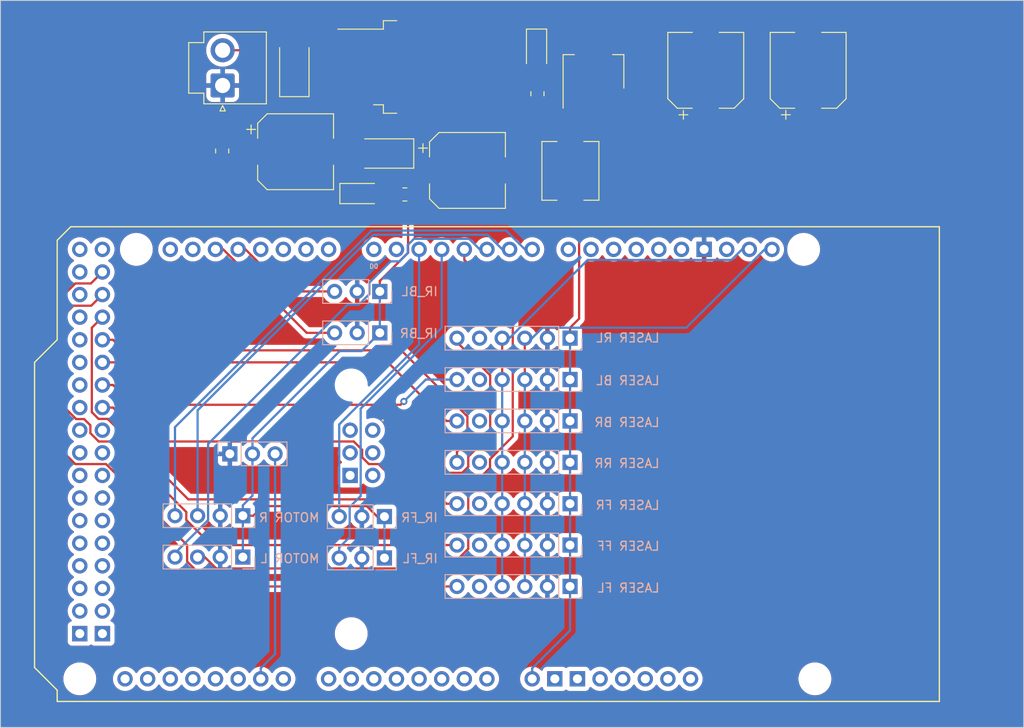
<source format=kicad_pcb>
(kicad_pcb (version 20221018) (generator pcbnew)
  (layers (0 "F.Cu" signal) (31 "B.Cu" signal) (34 "B.Paste" user) (35 "F.Paste" user) (36 "B.SilkS" user "B.Silkscreen") (37 "F.SilkS" user "F.Silkscreen") (38 "B.Mask" user) (39 "F.Mask" user) (44 "Edge.Cuts" user))
  (net 0 "")
  (net 1 "Net-(D1-K)")
  (net 2 "Net-(D1-A)")
  (net 3 "Net-(D3-K)")
  (net 4 "GND")
  (net 5 "+5V")
  (net 6 "/SCL")
  (net 7 "/SDA")
  (net 8 "/SHT_L0X_FL")
  (net 9 "/SHT_L0X_FF")
  (net 10 "/SHT_L0X_FR")
  (net 11 "/SHT_L0X_RR")
  (net 12 "/SHT_L0X_BR")
  (net 13 "/SHT_L0X_BL")
  (net 14 "/SHT_L0X_RL")
  (net 15 "/IR_FL")
  (net 16 "/IR_FR")
  (net 17 "/IR_BR")
  (net 18 "/IR_BL")
  (net 19 "/A9")
  (net 20 "/LPWM1")
  (net 21 "/RPWM1")
  (net 22 "/LPWM2")
  (net 23 "/RPWM2")
  (net 24 "+3.3V")
  (net 103 "Net-(D2-A)")
  (net 104 "Net-(D4-A)")
  (footprint "Resistor_SMD:R_0805_2012Metric" (layer "F.Cu") (at 169.4 72.8125 90)
    (fp_text reference "C3" hide)
    (fp_text value "10u")
    (pad "1" smd roundrect (at -0.9125 0 90) (size 1.025 1.4) (layers "F.Cu" "F.Paste" "F.Mask") (roundrect_rratio 0.243902) (net 1 "Net-(D1-K)"))
    (pad "2" smd roundrect (at 0.9125 0 90) (size 1.025 1.4) (layers "F.Cu" "F.Paste" "F.Mask") (roundrect_rratio 0.243902) (net 4 "GND"))
  )
  (footprint "Capacitor_SMD:CP_Elec_8x10" (layer "F.Cu") (at 223.7 63.75 90)
    (fp_text reference "C4" hide)
    (fp_text value "220u")
    (pad "1" smd roundrect (at -3.25 0 90) (size 3.5 2.5) (layers "F.Cu" "F.Paste" "F.Mask") (roundrect_rratio 0.1) (net 24 "+3.3V"))
    (pad "2" smd roundrect (at 3.25 0 90) (size 3.5 2.5) (layers "F.Cu" "F.Paste" "F.Mask") (roundrect_rratio 0.1) (net 4 "GND"))
  )
  (footprint "Inductor_SMD:L_6.3x6.3_H3" (layer "F.Cu") (at 208.5 75.05 -90)
    (fp_text reference "L1" hide)
    (fp_text value "56uH")
    (pad "1" smd rect (at -2.75 0 270) (size 1.5 2.4) (layers "F.Cu" "F.Paste" "F.Mask") (net 3 "Net-(D3-K)"))
    (pad "2" smd rect (at 2.75 0 270) (size 1.5 2.4) (layers "F.Cu" "F.Paste" "F.Mask") (net 5 "+5V"))
  )
  (footprint "Capacitor_SMD:CP_Elec_8x10" (layer "F.Cu") (at 177.6425 72.9)
    (fp_text reference "C2" hide)
    (fp_text value "220u")
    (pad "1" smd roundrect (at -3.25 0) (size 3.5 2.5) (layers "F.Cu" "F.Paste" "F.Mask") (roundrect_rratio 0.1) (net 1 "Net-(D1-K)"))
    (pad "2" smd roundrect (at 3.25 0) (size 3.5 2.5) (layers "F.Cu" "F.Paste" "F.Mask") (roundrect_rratio 0.1) (net 4 "GND"))
  )
  (footprint "Diode_SMD:D_SMA" (layer "F.Cu") (at 187.4 73.1 180)
    (fp_text reference "D3" hide)
    (fp_text value "1N5822")
    (pad "1" smd roundrect (at -2 0 180) (size 2.5 1.8) (layers "F.Cu" "F.Paste" "F.Mask") (roundrect_rratio 0.1388888889) (net 3 "Net-(D3-K)"))
    (pad "2" smd roundrect (at 2 0 180) (size 2.5 1.8) (layers "F.Cu" "F.Paste" "F.Mask") (roundrect_rratio 0.1388888889) (net 4 "GND"))
  )
  (footprint "Package_TO_SOT_SMD:SOT-223-3_TabPin2" (layer "F.Cu") (at 211.0925 63.9 90)
    (fp_text reference "U1" hide)
    (fp_text value "AMS1117-3.3")
    (pad "1" smd rect (at -3.15 -2.3 90) (size 2 1.5) (layers "F.Cu" "F.Paste" "F.Mask") (net 4 "GND"))
    (pad "2" smd rect (at -3.15 0 90) (size 2 1.5) (layers "F.Cu" "F.Paste" "F.Mask") (net 24 "+3.3V"))
    (pad "2" smd rect (at 3.15 0 90) (size 2 3.8) (layers "F.Cu" "F.Paste" "F.Mask") (net 24 "+3.3V"))
    (pad "3" smd rect (at -3.15 2.3 90) (size 2 1.5) (layers "F.Cu" "F.Paste" "F.Mask") (net 5 "+5V"))
  )
  (footprint "Package_TO_SOT_SMD:TO-263-5_TabPin3" (layer "F.Cu") (at 192.325 63.375)
    (fp_text reference "U2" hide)
    (fp_text value "LM2596S-5")
    (pad "1" smd roundrect (at -7.65 -3.4) (size 4.6 1.1) (layers "F.Cu" "F.Paste" "F.Mask") (roundrect_rratio 0.227273) (net 1 "Net-(D1-K)"))
    (pad "2" smd roundrect (at -7.65 -1.7) (size 4.6 1.1) (layers "F.Cu" "F.Paste" "F.Mask") (roundrect_rratio 0.227273) (net 3 "Net-(D3-K)"))
    (pad "3" smd roundrect (at -7.65 0) (size 4.6 1.1) (layers "F.Cu" "F.Paste" "F.Mask") (roundrect_rratio 0.227273) (net 4 "GND"))
    (pad "3" smd roundrect (at -0.925 -2.775) (size 4.55 5.25) (layers "F.Cu" "F.Paste") (roundrect_rratio 0.054945) (net 4 "GND"))
    (pad "3" smd roundrect (at -0.925 2.775) (size 4.55 5.25) (layers "F.Cu" "F.Paste") (roundrect_rratio 0.054945) (net 4 "GND"))
    (pad "3" smd roundrect (at 1.5 0) (size 9.4 10.8) (layers "F.Cu" "F.Mask") (roundrect_rratio 0.026596) (net 4 "GND"))
    (pad "3" smd roundrect (at 3.925 -2.775) (size 4.55 5.25) (layers "F.Cu" "F.Paste") (roundrect_rratio 0.054945) (net 4 "GND"))
    (pad "3" smd roundrect (at 3.925 2.775) (size 4.55 5.25) (layers "F.Cu" "F.Paste") (roundrect_rratio 0.054945) (net 4 "GND"))
    (pad "4" smd roundrect (at -7.65 1.7) (size 4.6 1.1) (layers "F.Cu" "F.Paste" "F.Mask") (roundrect_rratio 0.227273) (net 3 "Net-(D3-K)"))
    (pad "5" smd roundrect (at -7.65 3.4) (size 4.6 1.1) (layers "F.Cu" "F.Paste" "F.Mask") (roundrect_rratio 0.227273) (net 4 "GND"))
  )
  (footprint "LED_SMD:LED_1206_3216Metric" (layer "F.Cu") (at 184.9 77.6)
    (fp_text reference "D4" hide)
    (fp_text value "5VL")
    (pad "1" smd roundrect (at -1.4 0) (size 1.25 1.75) (layers "F.Cu" "F.Paste" "F.Mask") (roundrect_rratio 0.2) (net 4 "GND"))
    (pad "2" smd roundrect (at 1.4 0) (size 1.25 1.75) (layers "F.Cu" "F.Paste" "F.Mask") (roundrect_rratio 0.2) (net 104 "Net-(D4-A)"))
  )
  (footprint "Diode_SMD:D_SMA" (layer "F.Cu") (at 177.5 63.2 90)
    (fp_text reference "D1" hide)
    (fp_text value "1N5822")
    (pad "1" smd roundrect (at -2 0 90) (size 2.5 1.8) (layers "F.Cu" "F.Paste" "F.Mask") (roundrect_rratio 0.1388888889) (net 1 "Net-(D1-K)"))
    (pad "2" smd roundrect (at 2 0 90) (size 2.5 1.8) (layers "F.Cu" "F.Paste" "F.Mask") (roundrect_rratio 0.1388888889) (net 2 "Net-(D1-A)"))
  )
  (footprint "Capacitor_SMD:CP_Elec_8x10" (layer "F.Cu") (at 196.9425 75)
    (fp_text reference "C5" hide)
    (fp_text value "470u")
    (pad "1" smd roundrect (at -3.25 0) (size 3.5 2.5) (layers "F.Cu" "F.Paste" "F.Mask") (roundrect_rratio 0.1) (net 3 "Net-(D3-K)"))
    (pad "2" smd roundrect (at 3.25 0) (size 3.5 2.5) (layers "F.Cu" "F.Paste" "F.Mask") (roundrect_rratio 0.1) (net 4 "GND"))
  )
  (footprint "Resistor_SMD:R_0805_2012Metric" (layer "F.Cu") (at 204.8 66.3875 -90)
    (fp_text reference "R1" hide)
    (fp_text value "100")
    (pad "1" smd roundrect (at -0.9125 0 270) (size 1.025 1.4) (layers "F.Cu" "F.Paste" "F.Mask") (roundrect_rratio 0.243902) (net 103 "Net-(D2-A)"))
    (pad "2" smd roundrect (at 0.9125 0 270) (size 1.025 1.4) (layers "F.Cu" "F.Paste" "F.Mask") (roundrect_rratio 0.243902) (net 24 "+3.3V"))
  )
  (footprint "Connector_JST:JST_VH_B2P-VH_1x02_P3.96mm_Vertical" (layer "F.Cu") (at 169.45 65.4575 90)
    (fp_text reference "J1" hide)
    (fp_text value "Conn_01x02_Socket")
    (pad "1" thru_hole roundrect (at 0 0 90) (size 2.7 2.7) (drill 1.7) (layers "*.Cu" "*.Mask") (roundrect_rratio 0.092593) (net 4 "GND"))
    (pad "2" thru_hole circle (at 3.96 0 90) (size 2.7 2.7) (drill 1.7) (layers "*.Cu" "*.Mask") (net 2 "Net-(D1-A)"))
  )
  (footprint "LED_SMD:LED_1206_3216Metric" (layer "F.Cu") (at 204.7 61.4 -90)
    (fp_text reference "D2" hide)
    (fp_text value "3VL")
    (pad "1" smd roundrect (at -1.4 0 270) (size 1.25 1.75) (layers "F.Cu" "F.Paste" "F.Mask") (roundrect_rratio 0.2) (net 4 "GND"))
    (pad "2" smd roundrect (at 1.4 0 270) (size 1.25 1.75) (layers "F.Cu" "F.Paste" "F.Mask") (roundrect_rratio 0.2) (net 103 "Net-(D2-A)"))
  )
  (footprint "Resistor_SMD:R_0805_2012Metric" (layer "F.Cu") (at 189.9125 77.7 180)
    (fp_text reference "R2" hide)
    (fp_text value "330")
    (pad "1" smd roundrect (at -0.9125 0 180) (size 1.025 1.4) (layers "F.Cu" "F.Paste" "F.Mask") (roundrect_rratio 0.243902) (net 5 "+5V"))
    (pad "2" smd roundrect (at 0.9125 0 180) (size 1.025 1.4) (layers "F.Cu" "F.Paste" "F.Mask") (roundrect_rratio 0.243902) (net 104 "Net-(D4-A)"))
  )
  (footprint "Capacitor_SMD:CP_Elec_8x10" (layer "F.Cu") (at 235.2 63.75 90)
    (fp_text reference "C1" hide)
    (fp_text value "220u")
    (pad "1" smd roundrect (at -3.25 0 90) (size 3.5 2.5) (layers "F.Cu" "F.Paste" "F.Mask") (roundrect_rratio 0.1) (net 5 "+5V"))
    (pad "2" smd roundrect (at 3.25 0 90) (size 3.5 2.5) (layers "F.Cu" "F.Paste" "F.Mask") (roundrect_rratio 0.1) (net 4 "GND"))
  )
  (footprint "arduino-library:Arduino_Mega2560_Shield" (layer "B.Cu") (at 249.93 134.67 180)
    (fp_text reference "XA1" hide)
    (fp_text value "Arduino_Mega2560_Shield")
    (fp_text user "D0" (at 63.5 48.895 unlocked) (layer "B.SilkS") (effects (font (size 0.5 0.5) (thickness 0.075)) (justify mirror)))
    (fp_text user "." (at 62.484 32.004) (layer "B.SilkS") (effects (justify mirror)))
    (fp_text user "D0" (at 63.5 48.895 unlocked) (layer "F.SilkS") (effects (font (size 0.5 0.5) (thickness 0.075))))
    (fp_text user "." (at 62.484 32.004) (layer "F.SilkS") (effects (justify mirror)))
    (pad "" np_thru_hole circle (at 13.97 2.54 180) (size 3.2 3.2) (drill 3.2) (layers "*.Cu" "*.Mask"))
    (pad "" np_thru_hole circle (at 15.24 50.8 180) (size 3.2 3.2) (drill 3.2) (layers "*.Cu" "*.Mask"))
    (pad "" thru_hole oval (at 27.94 2.54 180) (size 1.7272 1.7272) (drill 1.016) (layers "*.Cu" "*.Mask"))
    (pad "" np_thru_hole circle (at 66.04 7.62 180) (size 3.2 3.2) (drill 3.2) (layers "*.Cu" "*.Mask"))
    (pad "" np_thru_hole circle (at 66.04 35.56 180) (size 3.2 3.2) (drill 3.2) (layers "*.Cu" "*.Mask"))
    (pad "" np_thru_hole circle (at 90.17 50.8 180) (size 3.2 3.2) (drill 3.2) (layers "*.Cu" "*.Mask"))
    (pad "" np_thru_hole circle (at 96.52 2.54 180) (size 3.2 3.2) (drill 3.2) (layers "*.Cu" "*.Mask"))
    (pad "3V3" thru_hole oval (at 35.56 2.54 180) (size 1.7272 1.7272) (drill 1.016) (layers "*.Cu" "*.Mask"))
    (pad "5V1" thru_hole oval (at 38.1 2.54 180) (size 1.7272 1.7272) (drill 1.016) (layers "*.Cu" "*.Mask"))
    (pad "5V2" thru_hole oval (at 66.167 30.48 180) (size 1.7272 1.7272) (drill 1.016) (layers "*.Cu" "*.Mask"))
    (pad "5V3" thru_hole oval (at 93.98 50.8 180) (size 1.7272 1.7272) (drill 1.016) (layers "*.Cu" "*.Mask"))
    (pad "5V4" thru_hole oval (at 96.52 50.8 180) (size 1.7272 1.7272) (drill 1.016) (layers "*.Cu" "*.Mask"))
    (pad "A0" thru_hole oval (at 50.8 2.54 180) (size 1.7272 1.7272) (drill 1.016) (layers "*.Cu" "*.Mask"))
    (pad "A1" thru_hole oval (at 53.34 2.54 180) (size 1.7272 1.7272) (drill 1.016) (layers "*.Cu" "*.Mask"))
    (pad "A2" thru_hole oval (at 55.88 2.54 180) (size 1.7272 1.7272) (drill 1.016) (layers "*.Cu" "*.Mask"))
    (pad "A3" thru_hole oval (at 58.42 2.54 180) (size 1.7272 1.7272) (drill 1.016) (layers "*.Cu" "*.Mask"))
    (pad "A4" thru_hole oval (at 60.96 2.54 180) (size 1.7272 1.7272) (drill 1.016) (layers "*.Cu" "*.Mask"))
    (pad "A5" thru_hole oval (at 63.5 2.54 180) (size 1.7272 1.7272) (drill 1.016) (layers "*.Cu" "*.Mask"))
    (pad "A6" thru_hole oval (at 66.04 2.54 180) (size 1.7272 1.7272) (drill 1.016) (layers "*.Cu" "*.Mask"))
    (pad "A7" thru_hole oval (at 68.58 2.54 180) (size 1.7272 1.7272) (drill 1.016) (layers "*.Cu" "*.Mask"))
    (pad "A8" thru_hole oval (at 73.66 2.54 180) (size 1.7272 1.7272) (drill 1.016) (layers "*.Cu" "*.Mask"))
    (pad "A9" thru_hole oval (at 76.2 2.54 180) (size 1.7272 1.7272) (drill 1.016) (layers "*.Cu" "*.Mask") (net 19 "/A9"))
    (pad "A10" thru_hole oval (at 78.74 2.54 180) (size 1.7272 1.7272) (drill 1.016) (layers "*.Cu" "*.Mask"))
    (pad "A11" thru_hole oval (at 81.28 2.54 180) (size 1.7272 1.7272) (drill 1.016) (layers "*.Cu" "*.Mask"))
    (pad "A12" thru_hole oval (at 83.82 2.54 180) (size 1.7272 1.7272) (drill 1.016) (layers "*.Cu" "*.Mask"))
    (pad "A13" thru_hole oval (at 86.36 2.54 180) (size 1.7272 1.7272) (drill 1.016) (layers "*.Cu" "*.Mask"))
    (pad "A14" thru_hole oval (at 88.9 2.54 180) (size 1.7272 1.7272) (drill 1.016) (layers "*.Cu" "*.Mask"))
    (pad "A15" thru_hole oval (at 91.44 2.54 180) (size 1.7272 1.7272) (drill 1.016) (layers "*.Cu" "*.Mask"))
    (pad "AREF" thru_hole oval (at 23.876 50.8 180) (size 1.7272 1.7272) (drill 1.016) (layers "*.Cu" "*.Mask"))
    (pad "D0" thru_hole oval (at 63.5 50.8 180) (size 1.7272 1.7272) (drill 1.016) (layers "*.Cu" "*.Mask"))
    (pad "D1" thru_hole oval (at 60.96 50.8 180) (size 1.7272 1.7272) (drill 1.016) (layers "*.Cu" "*.Mask"))
    (pad "D2" thru_hole oval (at 58.42 50.8 180) (size 1.7272 1.7272) (drill 1.016) (layers "*.Cu" "*.Mask") (net 16 "/IR_FR"))
    (pad "D3" thru_hole oval (at 55.88 50.8 180) (size 1.7272 1.7272) (drill 1.016) (layers "*.Cu" "*.Mask") (net 15 "/IR_FL"))
    (pad "D4" thru_hole oval (at 53.34 50.8 180) (size 1.7272 1.7272) (drill 1.016) (layers "*.Cu" "*.Mask") (net 20 "/LPWM1"))
    (pad "D5" thru_hole oval (at 50.8 50.8 180) (size 1.7272 1.7272) (drill 1.016) (layers "*.Cu" "*.Mask") (net 21 "/RPWM1"))
    (pad "D6" thru_hole oval (at 48.26 50.8 180) (size 1.7272 1.7272) (drill 1.016) (layers "*.Cu" "*.Mask") (net 22 "/LPWM2"))
    (pad "D7" thru_hole oval (at 45.72 50.8 180) (size 1.7272 1.7272) (drill 1.016) (layers "*.Cu" "*.Mask") (net 23 "/RPWM2"))
    (pad "D8" thru_hole oval (at 41.656 50.8 180) (size 1.7272 1.7272) (drill 1.016) (layers "*.Cu" "*.Mask"))
    (pad "D9" thru_hole oval (at 39.116 50.8 180) (size 1.7272 1.7272) (drill 1.016) (layers "*.Cu" "*.Mask"))
    (pad "D10" thru_hole oval (at 36.576 50.8 180) (size 1.7272 1.7272) (drill 1.016) (layers "*.Cu" "*.Mask"))
    (pad "D11" thru_hole oval (at 34.036 50.8 180) (size 1.7272 1.7272) (drill 1.016) (layers "*.Cu" "*.Mask"))
    (pad "D12" thru_hole oval (at 31.496 50.8 180) (size 1.7272 1.7272) (drill 1.016) (layers "*.Cu" "*.Mask"))
    (pad "D13" thru_hole oval (at 28.956 50.8 180) (size 1.7272 1.7272) (drill 1.016) (layers "*.Cu" "*.Mask"))
    (pad "D14" thru_hole oval (at 68.58 50.8 180) (size 1.7272 1.7272) (drill 1.016) (layers "*.Cu" "*.Mask"))
    (pad "D15" thru_hole oval (at 71.12 50.8 180) (size 1.7272 1.7272) (drill 1.016) (layers "*.Cu" "*.Mask"))
    (pad "D16" thru_hole oval (at 73.66 50.8 180) (size 1.7272 1.7272) (drill 1.016) (layers "*.Cu" "*.Mask"))
    (pad "D17" thru_hole oval (at 76.2 50.8 180) (size 1.7272 1.7272) (drill 1.016) (layers "*.Cu" "*.Mask"))
    (pad "D18" thru_hole oval (at 78.74 50.8 180) (size 1.7272 1.7272) (drill 1.016) (layers "*.Cu" "*.Mask") (net 18 "/IR_BL"))
    (pad "D19" thru_hole oval (at 81.28 50.8 180) (size 1.7272 1.7272) (drill 1.016) (layers "*.Cu" "*.Mask") (net 17 "/IR_BR"))
    (pad "D20" thru_hole oval (at 83.82 50.8 180) (size 1.7272 1.7272) (drill 1.016) (layers "*.Cu" "*.Mask"))
    (pad "D21" thru_hole oval (at 86.36 50.8 180) (size 1.7272 1.7272) (drill 1.016) (layers "*.Cu" "*.Mask"))
    (pad "D22" thru_hole oval (at 93.98 48.26 180) (size 1.7272 1.7272) (drill 1.016) (layers "*.Cu" "*.Mask") (net 8 "/SHT_L0X_FL"))
    (pad "D23" thru_hole oval (at 96.52 48.26 180) (size 1.7272 1.7272) (drill 1.016) (layers "*.Cu" "*.Mask"))
    (pad "D24" thru_hole oval (at 93.98 45.72 180) (size 1.7272 1.7272) (drill 1.016) (layers "*.Cu" "*.Mask") (net 9 "/SHT_L0X_FF"))
    (pad "D25" thru_hole oval (at 96.52 45.72 180) (size 1.7272 1.7272) (drill 1.016) (layers "*.Cu" "*.Mask"))
    (pad "D26" thru_hole oval (at 93.98 43.18 180) (size 1.7272 1.7272) (drill 1.016) (layers "*.Cu" "*.Mask") (net 10 "/SHT_L0X_FR"))
    (pad "D27" thru_hole oval (at 96.52 43.18 180) (size 1.7272 1.7272) (drill 1.016) (layers "*.Cu" "*.Mask"))
    (pad "D28" thru_hole oval (at 93.98 40.64 180) (size 1.7272 1.7272) (drill 1.016) (layers "*.Cu" "*.Mask") (net 11 "/SHT_L0X_RR"))
    (pad "D29" thru_hole oval (at 96.52 40.64 180) (size 1.7272 1.7272) (drill 1.016) (layers "*.Cu" "*.Mask"))
    (pad "D30" thru_hole oval (at 93.98 38.1 180) (size 1.7272 1.7272) (drill 1.016) (layers "*.Cu" "*.Mask") (net 12 "/SHT_L0X_BR"))
    (pad "D31" thru_hole oval (at 96.52 38.1 180) (size 1.7272 1.7272) (drill 1.016) (layers "*.Cu" "*.Mask"))
    (pad "D32" thru_hole oval (at 93.98 35.56 180) (size 1.7272 1.7272) (drill 1.016) (layers "*.Cu" "*.Mask") (net 13 "/SHT_L0X_BL"))
    (pad "D33" thru_hole oval (at 96.52 35.56 180) (size 1.7272 1.7272) (drill 1.016) (layers "*.Cu" "*.Mask"))
    (pad "D34" thru_hole oval (at 93.98 33.02 180) (size 1.7272 1.7272) (drill 1.016) (layers "*.Cu" "*.Mask") (net 14 "/SHT_L0X_RL"))
    (pad "D35" thru_hole oval (at 96.52 33.02 180) (size 1.7272 1.7272) (drill 1.016) (layers "*.Cu" "*.Mask"))
    (pad "D36" thru_hole oval (at 93.98 30.48 180) (size 1.7272 1.7272) (drill 1.016) (layers "*.Cu" "*.Mask"))
    (pad "D37" thru_hole oval (at 96.52 30.48 180) (size 1.7272 1.7272) (drill 1.016) (layers "*.Cu" "*.Mask"))
    (pad "D38" thru_hole oval (at 93.98 27.94 180) (size 1.7272 1.7272) (drill 1.016) (layers "*.Cu" "*.Mask"))
    (pad "D39" thru_hole oval (at 96.52 27.94 180) (size 1.7272 1.7272) (drill 1.016) (layers "*.Cu" "*.Mask"))
    (pad "D40" thru_hole oval (at 93.98 25.4 180) (size 1.7272 1.7272) (drill 1.016) (layers "*.Cu" "*.Mask"))
    (pad "D41" thru_hole oval (at 96.52 25.4 180) (size 1.7272 1.7272) (drill 1.016) (layers "*.Cu" "*.Mask"))
    (pad "D42" thru_hole oval (at 93.98 22.86 180) (size 1.7272 1.7272) (drill 1.016) (layers "*.Cu" "*.Mask"))
    (pad "D43" thru_hole oval (at 96.52 22.86 180) (size 1.7272 1.7272) (drill 1.016) (layers "*.Cu" "*.Mask"))
    (pad "D44" thru_hole oval (at 93.98 20.32 180) (size 1.7272 1.7272) (drill 1.016) (layers "*.Cu" "*.Mask"))
    (pad "D45" thru_hole oval (at 96.52 20.32 180) (size 1.7272 1.7272) (drill 1.016) (layers "*.Cu" "*.Mask"))
    (pad "D46" thru_hole oval (at 93.98 17.78 180) (size 1.7272 1.7272) (drill 1.016) (layers "*.Cu" "*.Mask"))
    (pad "D47" thru_hole oval (at 96.52 17.78 180) (size 1.7272 1.7272) (drill 1.016) (layers "*.Cu" "*.Mask"))
    (pad "D48" thru_hole oval (at 93.98 15.24 180) (size 1.7272 1.7272) (drill 1.016) (layers "*.Cu" "*.Mask"))
    (pad "D49" thru_hole oval (at 96.52 15.24 180) (size 1.7272 1.7272) (drill 1.016) (layers "*.Cu" "*.Mask"))
    (pad "D50" thru_hole oval (at 93.98 12.7 180) (size 1.7272 1.7272) (drill 1.016) (layers "*.Cu" "*.Mask"))
    (pad "D51" thru_hole oval (at 96.52 12.7 180) (size 1.7272 1.7272) (drill 1.016) (layers "*.Cu" "*.Mask"))
    (pad "D52" thru_hole oval (at 93.98 10.16 180) (size 1.7272 1.7272) (drill 1.016) (layers "*.Cu" "*.Mask"))
    (pad "D53" thru_hole oval (at 96.52 10.16 180) (size 1.7272 1.7272) (drill 1.016) (layers "*.Cu" "*.Mask"))
    (pad "GND1" thru_hole rect (at 26.416 50.8 180) (size 1.7272 1.7272) (drill 1.016) (layers "*.Cu" "*.Mask") (net 4 "GND"))
    (pad "GND2" thru_hole rect (at 40.64 2.54 180) (size 1.7272 1.7272) (drill 1.016) (layers "*.Cu" "*.Mask"))
    (pad "GND3" thru_hole rect (at 43.18 2.54 180) (size 1.7272 1.7272) (drill 1.016) (layers "*.Cu" "*.Mask"))
    (pad "GND4" thru_hole rect (at 66.167 25.4 180) (size 1.7272 1.7272) (drill 1.016) (layers "*.Cu" "*.Mask"))
    (pad "GND5" thru_hole rect (at 93.98 7.62 180) (size 1.7272 1.7272) (drill 1.016) (layers "*.Cu" "*.Mask"))
    (pad "GND6" thru_hole rect (at 96.52 7.62 180) (size 1.7272 1.7272) (drill 1.016) (layers "*.Cu" "*.Mask"))
    (pad "IORF" thru_hole oval (at 30.48 2.54 180) (size 1.7272 1.7272) (drill 1.016) (layers "*.Cu" "*.Mask"))
    (pad "MISO" thru_hole oval (at 63.627 30.48 180) (size 1.7272 1.7272) (drill 1.016) (layers "*.Cu" "*.Mask"))
    (pad "MOSI" thru_hole oval (at 66.167 27.94 180) (size 1.7272 1.7272) (drill 1.016) (layers "*.Cu" "*.Mask"))
    (pad "RST1" thru_hole oval (at 33.02 2.54 180) (size 1.7272 1.7272) (drill 1.016) (layers "*.Cu" "*.Mask"))
    (pad "RST2" thru_hole oval (at 63.627 25.4 180) (size 1.7272 1.7272) (drill 1.016) (layers "*.Cu" "*.Mask"))
    (pad "SCK" thru_hole oval (at 63.627 27.94 180) (size 1.7272 1.7272) (drill 1.016) (layers "*.Cu" "*.Mask"))
    (pad "SCL" thru_hole oval (at 18.796 50.8 180) (size 1.7272 1.7272) (drill 1.016) (layers "*.Cu" "*.Mask") (net 6 "/SCL"))
    (pad "SDA" thru_hole oval (at 21.336 50.8 180) (size 1.7272 1.7272) (drill 1.016) (layers "*.Cu" "*.Mask") (net 7 "/SDA"))
    (pad "VIN" thru_hole oval (at 45.72 2.54 180) (size 1.7272 1.7272) (drill 1.016) (layers "*.Cu" "*.Mask") (net 5 "+5V"))
  )
  (footprint "Connector_PinHeader_2.54mm:PinHeader_1x06_P2.54mm_Vertical" (layer "B.Cu") (at 208.46 112.45 90)
    (fp_text reference "LASER_FR1" hide)
    (fp_text value "Conn_01x06_Socket")
    (pad "1" thru_hole rect (at 0 0 90) (size 1.7 1.7) (drill 1) (layers "*.Cu" "*.Mask") (net 5 "+5V"))
    (pad "2" thru_hole oval (at 0 -2.54 90) (size 1.7 1.7) (drill 1) (layers "*.Cu" "*.Mask") (net 4 "GND"))
    (pad "3" thru_hole oval (at 0 -5.08 90) (size 1.7 1.7) (drill 1) (layers "*.Cu" "*.Mask") (net 6 "/SCL"))
    (pad "4" thru_hole oval (at 0 -7.62 90) (size 1.7 1.7) (drill 1) (layers "*.Cu" "*.Mask") (net 7 "/SDA"))
    (pad "5" thru_hole oval (at 0 -10.16 90) (size 1.7 1.7) (drill 1) (layers "*.Cu" "*.Mask"))
    (pad "6" thru_hole oval (at 0 -12.7 90) (size 1.7 1.7) (drill 1) (layers "*.Cu" "*.Mask") (net 10 "/SHT_L0X_FR"))
  )
  (footprint "Connector_PinHeader_2.54mm:PinHeader_1x04_P2.54mm_Vertical" (layer "B.Cu") (at 171.72 113.8 90)
    (fp_text reference "DRIVER_RIGHT1" hide)
    (fp_text value "Conn_01x04_Socket")
    (pad "1" thru_hole rect (at 0 0 90) (size 1.7 1.7) (drill 1) (layers "*.Cu" "*.Mask") (net 5 "+5V"))
    (pad "2" thru_hole oval (at 0 -2.54 90) (size 1.7 1.7) (drill 1) (layers "*.Cu" "*.Mask") (net 4 "GND"))
    (pad "3" thru_hole oval (at 0 -5.08 90) (size 1.7 1.7) (drill 1) (layers "*.Cu" "*.Mask") (net 22 "/LPWM2"))
    (pad "4" thru_hole oval (at 0 -7.62 90) (size 1.7 1.7) (drill 1) (layers "*.Cu" "*.Mask") (net 23 "/RPWM2"))
  )
  (footprint "Connector_PinHeader_2.54mm:PinHeader_1x06_P2.54mm_Vertical" (layer "B.Cu") (at 208.46 103.15 90)
    (fp_text reference "LASER_BR1" hide)
    (fp_text value "Conn_01x06_Socket")
    (pad "1" thru_hole rect (at 0 0 90) (size 1.7 1.7) (drill 1) (layers "*.Cu" "*.Mask") (net 5 "+5V"))
    (pad "2" thru_hole oval (at 0 -2.54 90) (size 1.7 1.7) (drill 1) (layers "*.Cu" "*.Mask") (net 4 "GND"))
    (pad "3" thru_hole oval (at 0 -5.08 90) (size 1.7 1.7) (drill 1) (layers "*.Cu" "*.Mask") (net 6 "/SCL"))
    (pad "4" thru_hole oval (at 0 -7.62 90) (size 1.7 1.7) (drill 1) (layers "*.Cu" "*.Mask") (net 7 "/SDA"))
    (pad "5" thru_hole oval (at 0 -10.16 90) (size 1.7 1.7) (drill 1) (layers "*.Cu" "*.Mask"))
    (pad "6" thru_hole oval (at 0 -12.7 90) (size 1.7 1.7) (drill 1) (layers "*.Cu" "*.Mask") (net 12 "/SHT_L0X_BR"))
  )
  (footprint "Connector_PinHeader_2.54mm:PinHeader_1x03_P2.54mm_Vertical" (layer "B.Cu") (at 187.62 113.9 90)
    (fp_text reference "IR_FR1" hide)
    (fp_text value "Conn_01x03_Socket")
    (pad "1" thru_hole rect (at 0 0 90) (size 1.7 1.7) (drill 1) (layers "*.Cu" "*.Mask") (net 5 "+5V"))
    (pad "2" thru_hole oval (at 0 -2.54 90) (size 1.7 1.7) (drill 1) (layers "*.Cu" "*.Mask") (net 4 "GND"))
    (pad "3" thru_hole oval (at 0 -5.08 90) (size 1.7 1.7) (drill 1) (layers "*.Cu" "*.Mask") (net 16 "/IR_FR"))
  )
  (footprint "Connector_PinHeader_2.54mm:PinHeader_1x03_P2.54mm_Vertical" (layer "B.Cu") (at 170.26 106.85 -90)
    (fp_text reference "ADKeyboard1" hide)
    (fp_text value "Conn_01x03_Socket")
    (pad "1" thru_hole rect (at 0 0 270) (size 1.7 1.7) (drill 1) (layers "*.Cu" "*.Mask") (net 4 "GND"))
    (pad "2" thru_hole oval (at 0 -2.54 270) (size 1.7 1.7) (drill 1) (layers "*.Cu" "*.Mask") (net 5 "+5V"))
    (pad "3" thru_hole oval (at 0 -5.08 270) (size 1.7 1.7) (drill 1) (layers "*.Cu" "*.Mask") (net 19 "/A9"))
  )
  (footprint "Connector_PinHeader_2.54mm:PinHeader_1x03_P2.54mm_Vertical" (layer "B.Cu") (at 187.1 93.25 90)
    (fp_text reference "IR_BR1" hide)
    (fp_text value "Conn_01x03_Socket")
    (pad "1" thru_hole rect (at 0 0 90) (size 1.7 1.7) (drill 1) (layers "*.Cu" "*.Mask") (net 5 "+5V"))
    (pad "2" thru_hole oval (at 0 -2.54 90) (size 1.7 1.7) (drill 1) (layers "*.Cu" "*.Mask") (net 4 "GND"))
    (pad "3" thru_hole oval (at 0 -5.08 90) (size 1.7 1.7) (drill 1) (layers "*.Cu" "*.Mask") (net 17 "/IR_BR"))
  )
  (footprint "Connector_PinHeader_2.54mm:PinHeader_1x06_P2.54mm_Vertical" (layer "B.Cu") (at 208.46 93.85 90)
    (fp_text reference "LASER_RL1" hide)
    (fp_text value "Conn_01x06_Socket")
    (pad "1" thru_hole rect (at 0 0 90) (size 1.7 1.7) (drill 1) (layers "*.Cu" "*.Mask") (net 5 "+5V"))
    (pad "2" thru_hole oval (at 0 -2.54 90) (size 1.7 1.7) (drill 1) (layers "*.Cu" "*.Mask") (net 4 "GND"))
    (pad "3" thru_hole oval (at 0 -5.08 90) (size 1.7 1.7) (drill 1) (layers "*.Cu" "*.Mask") (net 6 "/SCL"))
    (pad "4" thru_hole oval (at 0 -7.62 90) (size 1.7 1.7) (drill 1) (layers "*.Cu" "*.Mask") (net 7 "/SDA"))
    (pad "5" thru_hole oval (at 0 -10.16 90) (size 1.7 1.7) (drill 1) (layers "*.Cu" "*.Mask"))
    (pad "6" thru_hole oval (at 0 -12.7 90) (size 1.7 1.7) (drill 1) (layers "*.Cu" "*.Mask") (net 14 "/SHT_L0X_RL"))
  )
  (footprint "Connector_PinHeader_2.54mm:PinHeader_1x03_P2.54mm_Vertical" (layer "B.Cu") (at 187.62 118.55 90)
    (fp_text reference "IR_FL1" hide)
    (fp_text value "Conn_01x03_Socket")
    (pad "1" thru_hole rect (at 0 0 90) (size 1.7 1.7) (drill 1) (layers "*.Cu" "*.Mask") (net 5 "+5V"))
    (pad "2" thru_hole oval (at 0 -2.54 90) (size 1.7 1.7) (drill 1) (layers "*.Cu" "*.Mask") (net 4 "GND"))
    (pad "3" thru_hole oval (at 0 -5.08 90) (size 1.7 1.7) (drill 1) (layers "*.Cu" "*.Mask") (net 15 "/IR_FL"))
  )
  (footprint "Connector_PinHeader_2.54mm:PinHeader_1x06_P2.54mm_Vertical" (layer "B.Cu") (at 208.46 107.8 90)
    (fp_text reference "LASER_RR1" hide)
    (fp_text value "Conn_01x06_Socket")
    (pad "1" thru_hole rect (at 0 0 90) (size 1.7 1.7) (drill 1) (layers "*.Cu" "*.Mask") (net 5 "+5V"))
    (pad "2" thru_hole oval (at 0 -2.54 90) (size 1.7 1.7) (drill 1) (layers "*.Cu" "*.Mask") (net 4 "GND"))
    (pad "3" thru_hole oval (at 0 -5.08 90) (size 1.7 1.7) (drill 1) (layers "*.Cu" "*.Mask") (net 6 "/SCL"))
    (pad "4" thru_hole oval (at 0 -7.62 90) (size 1.7 1.7) (drill 1) (layers "*.Cu" "*.Mask") (net 7 "/SDA"))
    (pad "5" thru_hole oval (at 0 -10.16 90) (size 1.7 1.7) (drill 1) (layers "*.Cu" "*.Mask"))
    (pad "6" thru_hole oval (at 0 -12.7 90) (size 1.7 1.7) (drill 1) (layers "*.Cu" "*.Mask") (net 11 "/SHT_L0X_RR"))
  )
  (footprint "Connector_PinHeader_2.54mm:PinHeader_1x04_P2.54mm_Vertical" (layer "B.Cu") (at 171.72 118.45 90)
    (fp_text reference "DRIVER_LEFT1" hide)
    (fp_text value "Conn_01x04_Socket")
    (pad "1" thru_hole rect (at 0 0 90) (size 1.7 1.7) (drill 1) (layers "*.Cu" "*.Mask") (net 5 "+5V"))
    (pad "2" thru_hole oval (at 0 -2.54 90) (size 1.7 1.7) (drill 1) (layers "*.Cu" "*.Mask") (net 4 "GND"))
    (pad "3" thru_hole oval (at 0 -5.08 90) (size 1.7 1.7) (drill 1) (layers "*.Cu" "*.Mask") (net 20 "/LPWM1"))
    (pad "4" thru_hole oval (at 0 -7.62 90) (size 1.7 1.7) (drill 1) (layers "*.Cu" "*.Mask") (net 21 "/RPWM1"))
  )
  (footprint "Connector_PinHeader_2.54mm:PinHeader_1x06_P2.54mm_Vertical" (layer "B.Cu") (at 208.46 98.5 90)
    (fp_text reference "LASER_BL1" hide)
    (fp_text value "Conn_01x06_Socket")
    (pad "1" thru_hole rect (at 0 0 90) (size 1.7 1.7) (drill 1) (layers "*.Cu" "*.Mask") (net 5 "+5V"))
    (pad "2" thru_hole oval (at 0 -2.54 90) (size 1.7 1.7) (drill 1) (layers "*.Cu" "*.Mask") (net 4 "GND"))
    (pad "3" thru_hole oval (at 0 -5.08 90) (size 1.7 1.7) (drill 1) (layers "*.Cu" "*.Mask") (net 6 "/SCL"))
    (pad "4" thru_hole oval (at 0 -7.62 90) (size 1.7 1.7) (drill 1) (layers "*.Cu" "*.Mask") (net 7 "/SDA"))
    (pad "5" thru_hole oval (at 0 -10.16 90) (size 1.7 1.7) (drill 1) (layers "*.Cu" "*.Mask"))
    (pad "6" thru_hole oval (at 0 -12.7 90) (size 1.7 1.7) (drill 1) (layers "*.Cu" "*.Mask") (net 13 "/SHT_L0X_BL"))
  )
  (footprint "Connector_PinHeader_2.54mm:PinHeader_1x06_P2.54mm_Vertical" (layer "B.Cu") (at 208.46 117.1 90)
    (fp_text reference "LASER_FF1" hide)
    (fp_text value "Conn_01x06_Socket")
    (pad "1" thru_hole rect (at 0 0 90) (size 1.7 1.7) (drill 1) (layers "*.Cu" "*.Mask") (net 5 "+5V"))
    (pad "2" thru_hole oval (at 0 -2.54 90) (size 1.7 1.7) (drill 1) (layers "*.Cu" "*.Mask") (net 4 "GND"))
    (pad "3" thru_hole oval (at 0 -5.08 90) (size 1.7 1.7) (drill 1) (layers "*.Cu" "*.Mask") (net 6 "/SCL"))
    (pad "4" thru_hole oval (at 0 -7.62 90) (size 1.7 1.7) (drill 1) (layers "*.Cu" "*.Mask") (net 7 "/SDA"))
    (pad "5" thru_hole oval (at 0 -10.16 90) (size 1.7 1.7) (drill 1) (layers "*.Cu" "*.Mask"))
    (pad "6" thru_hole oval (at 0 -12.7 90) (size 1.7 1.7) (drill 1) (layers "*.Cu" "*.Mask") (net 9 "/SHT_L0X_FF"))
  )
  (footprint "Connector_PinHeader_2.54mm:PinHeader_1x03_P2.54mm_Vertical" (layer "B.Cu") (at 187.1 88.6 90)
    (fp_text reference "IR_BL1" hide)
    (fp_text value "Conn_01x03_Socket")
    (pad "1" thru_hole rect (at 0 0 90) (size 1.7 1.7) (drill 1) (layers "*.Cu" "*.Mask") (net 5 "+5V"))
    (pad "2" thru_hole oval (at 0 -2.54 90) (size 1.7 1.7) (drill 1) (layers "*.Cu" "*.Mask") (net 4 "GND"))
    (pad "3" thru_hole oval (at 0 -5.08 90) (size 1.7 1.7) (drill 1) (layers "*.Cu" "*.Mask") (net 18 "/IR_BL"))
  )
  (footprint "Connector_PinHeader_2.54mm:PinHeader_1x06_P2.54mm_Vertical" (layer "B.Cu") (at 208.46 121.75 90)
    (fp_text reference "LASER_FL1" hide)
    (fp_text value "Conn_01x06_Socket")
    (pad "1" thru_hole rect (at 0 0 90) (size 1.7 1.7) (drill 1) (layers "*.Cu" "*.Mask") (net 5 "+5V"))
    (pad "2" thru_hole oval (at 0 -2.54 90) (size 1.7 1.7) (drill 1) (layers "*.Cu" "*.Mask") (net 4 "GND"))
    (pad "3" thru_hole oval (at 0 -5.08 90) (size 1.7 1.7) (drill 1) (layers "*.Cu" "*.Mask") (net 6 "/SCL"))
    (pad "4" thru_hole oval (at 0 -7.62 90) (size 1.7 1.7) (drill 1) (layers "*.Cu" "*.Mask") (net 7 "/SDA"))
    (pad "5" thru_hole oval (at 0 -10.16 90) (size 1.7 1.7) (drill 1) (layers "*.Cu" "*.Mask"))
    (pad "6" thru_hole oval (at 0 -12.7 90) (size 1.7 1.7) (drill 1) (layers "*.Cu" "*.Mask") (net 8 "/SHT_L0X_FL"))
  )
  (gr_rect (start 144.5 55.9) (end 259.4 137.6) (stroke (width 0.1)) (fill none) (layer "Edge.Cuts"))
  (gr_text "LASER FR" (at 218.6 113.2) (layer "B.SilkS") (effects (font (size 1 1)) (justify left bottom mirror)))
  (gr_text "IR_FL\n" (at 193.7 119.2) (layer "B.SilkS") (effects (font (size 1 1)) (justify left bottom mirror)))
  (gr_text "LASER FL\n" (at 218.6 122.5) (layer "B.SilkS") (effects (font (size 1 1)) (justify left bottom mirror)))
  (gr_text "LASER BL\n" (at 218.6 99.2) (layer "B.SilkS") (effects (font (size 1 1)) (justify left bottom mirror)))
  (gr_text "LASER RL\n" (at 218.6 94.4) (layer "B.SilkS") (effects (font (size 1 1)) (justify left bottom mirror)))
  (gr_text "IR_BR" (at 193.7 93.9) (layer "B.SilkS") (effects (font (size 1 1)) (justify left bottom mirror)))
  (gr_text "IR_FR" (at 193.7 114.6) (layer "B.SilkS") (effects (font (size 1 1)) (justify left bottom mirror)))
  (gr_text "LASER BR\n" (at 218.6 103.9) (layer "B.SilkS") (effects (font (size 1 1)) (justify left bottom mirror)))
  (gr_text "LASER FF\n" (at 218.6 117.8) (layer "B.SilkS") (effects (font (size 1 1)) (justify left bottom mirror)))
  (gr_text "MOTOR R\n" (at 180.4 114.6) (layer "B.SilkS") (effects (font (size 1 1)) (justify left bottom mirror)))
  (gr_text "MOTOR L\n" (at 180.4 119.2) (layer "B.SilkS") (effects (font (size 1 1)) (justify left bottom mirror)))
  (gr_text "LASER RR\n" (at 218.6 108.5) (layer "B.SilkS") (effects (font (size 1 1)) (justify left bottom mirror)))
  (gr_text "IR_BL\n" (at 193.7 89.2) (layer "B.SilkS") (effects (font (size 1 1)) (justify left bottom mirror)))
  (segment (start 173.5675 73.725) (end 169.4 73.725) (width 0.25) (layer "F.Cu") (net 1))
  (segment (start 177.5 65.2) (end 177.5 69.7925) (width 0.25) (layer "F.Cu") (net 1))
  (segment (start 182.725 59.975) (end 177.5 65.2) (width 0.25) (layer "F.Cu") (net 1))
  (segment (start 177.5 69.7925) (end 174.3925 72.9) (width 0.25) (layer "F.Cu") (net 1))
  (segment (start 174.3925 72.9) (end 173.5675 73.725) (width 0.25) (layer "F.Cu") (net 1))
  (segment (start 184.675 59.975) (end 182.725 59.975) (width 0.25) (layer "F.Cu") (net 1))
  (segment (start 169.45 61.4975) (end 177.2025 61.4975) (width 0.25) (layer "F.Cu") (net 2))
  (segment (start 177.2025 61.4975) (end 177.5 61.2) (width 0.25) (layer "F.Cu") (net 2))
  (segment (start 193.6925 73.1) (end 206.1747 73.1) (width 0.25) (layer "F.Cu") (net 3))
  (segment (start 187.3058 62.8201) (end 186.1607 61.675) (width 0.25) (layer "F.Cu") (net 3))
  (segment (start 189.4 73.1) (end 193.6925 73.1) (width 0.25) (layer "F.Cu") (net 3))
  (segment (start 186.1451 65.075) (end 187.3058 63.9143) (width 0.25) (layer "F.Cu") (net 3))
  (segment (start 187.6864 71.3864) (end 189.4 73.1) (width 0.25) (layer "F.Cu") (net 3))
  (segment (start 187.3058 63.9143) (end 187.3058 62.8201) (width 0.25) (layer "F.Cu") (net 3))
  (segment (start 187.6864 66.6163) (end 187.6864 71.3864) (width 0.25) (layer "F.Cu") (net 3))
  (segment (start 193.6925 73.4925) (end 193.6925 75) (width 0.25) (layer "F.Cu") (net 3))
  (segment (start 193.3 73.1) (end 193.6925 73.4925) (width 0.25) (layer "F.Cu") (net 3))
  (segment (start 186.1607 61.675) (end 184.675 61.675) (width 0.25) (layer "F.Cu") (net 3))
  (segment (start 186.1451 65.075) (end 187.6864 66.6163) (width 0.25) (layer "F.Cu") (net 3))
  (segment (start 208.5 72.3) (end 206.9747 72.3) (width 0.25) (layer "F.Cu") (net 3))
  (segment (start 206.1747 73.1) (end 206.9747 72.3) (width 0.25) (layer "F.Cu") (net 3))
  (segment (start 184.675 65.075) (end 186.1451 65.075) (width 0.25) (layer "F.Cu") (net 3))
  (segment (start 185.6368 112.7247) (end 186.8121 113.9) (width 0.25) (layer "F.Cu") (net 5))
  (segment (start 186.8121 113.9) (end 187.62 113.9) (width 0.25) (layer "F.Cu") (net 5))
  (segment (start 208.46 93.85) (end 208.46 92.6747) (width 0.25) (layer "F.Cu") (net 5))
  (segment (start 233.0997 69.1003) (end 235.2 67) (width 0.25) (layer "F.Cu") (net 5))
  (segment (start 173.9706 112.7247) (end 185.6368 112.7247) (width 0.25) (layer "F.Cu") (net 5))
  (segment (start 190.825 77.8) (end 190.825 77.7) (width 0.25) (layer "F.Cu") (net 5))
  (segment (start 190.2748 78.3502) (end 190.825 77.8) (width 0.25) (layer "F.Cu") (net 5))
  (segment (start 213.3925 69.1003) (end 213.3925 67.05) (width 0.25) (layer "F.Cu") (net 5))
  (segment (start 187.1 87.4247) (end 190.2748 84.2499) (width 0.25) (layer "F.Cu") (net 5))
  (segment (start 208.5 77.8) (end 208.5 76.7247) (width 0.25) (layer "F.Cu") (net 5))
  (segment (start 208.5 77.8) (end 206.9747 77.8) (width 0.25) (layer "F.Cu") (net 5))
  (segment (start 208.46 92.6747) (end 209.4787 91.656) (width 0.25) (layer "F.Cu") (net 5))
  (segment (start 209.4787 91.656) (end 209.4787 79.854) (width 0.25) (layer "F.Cu") (net 5))
  (segment (start 187.1 88.6) (end 187.1 87.4247) (width 0.25) (layer "F.Cu") (net 5))
  (segment (start 208.5 76.7247) (end 213.3925 71.8322) (width 0.25) (layer "F.Cu") (net 5))
  (segment (start 213.3925 71.8322) (end 213.3925 69.1003) (width 0.25) (layer "F.Cu") (net 5))
  (segment (start 190.825 77.8) (end 206.9747 77.8) (width 0.25) (layer "F.Cu") (net 5))
  (segment (start 171.72 113.8) (end 172.8953 113.8) (width 0.25) (layer "F.Cu") (net 5))
  (segment (start 208.5 77.8) (end 208.5 78.8753) (width 0.25) (layer "F.Cu") (net 5))
  (segment (start 209.4787 79.854) (end 208.5 78.8753) (width 0.25) (layer "F.Cu") (net 5))
  (segment (start 213.8922 69.1003) (end 233.0997 69.1003) (width 0.25) (layer "F.Cu") (net 5))
  (segment (start 172.8953 113.8) (end 173.9706 112.7247) (width 0.25) (layer "F.Cu") (net 5))
  (segment (start 213.3925 69.6) (end 213.8922 69.1003) (width 0.25) (layer "F.Cu") (net 5))
  (segment (start 190.2748 84.2499) (end 190.2748 78.3502) (width 0.25) (layer "F.Cu") (net 5))
  (segment (start 204.21 132.13) (end 204.21 130.9411) (width 0.25) (layer "B.Cu") (net 5))
  (segment (start 208.46 103.15) (end 208.46 107.8) (width 0.25) (layer "B.Cu") (net 5))
  (segment (start 208.46 107.8) (end 208.46 112.45) (width 0.25) (layer "B.Cu") (net 5))
  (segment (start 172.8 106.85) (end 172.8 105.1) (width 0.25) (layer "B.Cu") (net 5))
  (segment (start 208.46 121.75) (end 208.46 126.6911) (width 0.25) (layer "B.Cu") (net 5))
  (segment (start 187.62 118.55) (end 187.62 113.9) (width 0.25) (layer "B.Cu") (net 5))
  (segment (start 182.6 95.3) (end 185.05 95.3) (width 0.25) (layer "B.Cu") (net 5))
  (segment (start 208.46 98.5) (end 208.46 103.15) (width 0.25) (layer "B.Cu") (net 5))
  (segment (start 187.1 88.6) (end 187.1 93.25) (width 0.25) (layer "B.Cu") (net 5))
  (segment (start 171.72 118.45) (end 171.72 113.8) (width 0.25) (layer "B.Cu") (net 5))
  (segment (start 172.8 105.1) (end 182.6 95.3) (width 0.25) (layer "B.Cu") (net 5))
  (segment (start 185.05 95.3) (end 187.1 93.25) (width 0.25) (layer "B.Cu") (net 5))
  (segment (start 208.46 93.85) (end 208.46 98.5) (width 0.25) (layer "B.Cu") (net 5))
  (segment (start 172.8 111.5447) (end 172.8 106.85) (width 0.25) (layer "B.Cu") (net 5))
  (segment (start 208.46 117.1) (end 208.46 121.75) (width 0.25) (layer "B.Cu") (net 5))
  (segment (start 171.72 113.8) (end 171.72 112.6247) (width 0.25) (layer "B.Cu") (net 5))
  (segment (start 208.46 126.6911) (end 204.21 130.9411) (width 0.25) (layer "B.Cu") (net 5))
  (segment (start 171.72 112.6247) (end 172.8 111.5447) (width 0.25) (layer "B.Cu") (net 5))
  (segment (start 208.46 112.45) (end 208.46 117.1) (width 0.25) (layer "B.Cu") (net 5))
  (segment (start 203.38 98.5) (end 203.38 93.85) (width 0.25) (layer "F.Cu") (net 6))
  (segment (start 230.1866 84) (end 230.2 84) (width 0.25) (layer "B.Cu") (net 6))
  (segment (start 205.3632 92.6747) (end 221.5119 92.6747) (width 0.25) (layer "B.Cu") (net 6))
  (segment (start 203.38 117.1) (end 203.38 112.45) (width 0.25) (layer "B.Cu") (net 6))
  (segment (start 203.38 93.85) (end 204.1879 93.85) (width 0.25) (layer "B.Cu") (net 6))
  (segment (start 204.1879 93.85) (end 205.3632 92.6747) (width 0.25) (layer "B.Cu") (net 6))
  (segment (start 203.38 98.5) (end 203.38 103.15) (width 0.25) (layer "B.Cu") (net 6))
  (segment (start 203.38 121.75) (end 203.38 117.1) (width 0.25) (layer "B.Cu") (net 6))
  (segment (start 203.38 107.8) (end 203.38 112.45) (width 0.25) (layer "B.Cu") (net 6))
  (segment (start 230.33 83.87) (end 231.134 83.87) (width 0.25) (layer "B.Cu") (net 6))
  (segment (start 203.38 103.15) (end 203.38 107.8) (width 0.25) (layer "B.Cu") (net 6))
  (segment (start 230.2 84) (end 230.33 83.87) (width 0.25) (layer "B.Cu") (net 6))
  (segment (start 221.5119 92.6747) (end 230.1866 84) (width 0.25) (layer "B.Cu") (net 6))
  (segment (start 200.84 98.5) (end 200.84 93.85) (width 0.25) (layer "F.Cu") (net 7))
  (segment (start 210.4391 85.0589) (end 226.5878 85.0589) (width 0.25) (layer "B.Cu") (net 7))
  (segment (start 201.648 93.85) (end 210.4391 85.0589) (width 0.25) (layer "B.Cu") (net 7))
  (segment (start 200.84 103.15) (end 200.84 107.8) (width 0.25) (layer "B.Cu") (net 7))
  (segment (start 200.84 98.5) (end 200.84 103.15) (width 0.25) (layer "B.Cu") (net 7))
  (segment (start 200.84 107.8) (end 200.84 112.45) (width 0.25) (layer "B.Cu") (net 7))
  (segment (start 200.84 121.75) (end 200.84 117.1) (width 0.25) (layer "B.Cu") (net 7))
  (segment (start 226.5878 85.0589) (end 227.7767 83.87) (width 0.25) (layer "B.Cu") (net 7))
  (segment (start 200.84 117.1) (end 200.84 112.45) (width 0.25) (layer "B.Cu") (net 7))
  (segment (start 227.7767 83.87) (end 228.594 83.87) (width 0.25) (layer "B.Cu") (net 7))
  (segment (start 200.84 93.85) (end 201.648 93.85) (width 0.25) (layer "B.Cu") (net 7))
  (segment (start 165.4646 117.1008) (end 156.3638 108) (width 0.25) (layer "F.Cu") (net 8))
  (segment (start 151.4 89.2095) (end 152.9095 87.7) (width 0.25) (layer "F.Cu") (net 8))
  (segment (start 168.2653 121.75) (end 165.4646 118.9493) (width 0.25) (layer "F.Cu") (net 8))
  (segment (start 156.3638 108) (end 152.9075 108) (width 0.25) (layer "F.Cu") (net 8))
  (segment (start 154.66 87.7) (end 155.95 86.41) (width 0.25) (layer "F.Cu") (net 8))
  (segment (start 195.76 121.75) (end 168.2653 121.75) (width 0.25) (layer "F.Cu") (net 8))
  (segment (start 152.9095 87.7) (end 154.66 87.7) (width 0.25) (layer "F.Cu") (net 8))
  (segment (start 165.4646 118.9493) (end 165.4646 117.1008) (width 0.25) (layer "F.Cu") (net 8))
  (segment (start 151.4 106.4925) (end 151.4 89.2095) (width 0.25) (layer "F.Cu") (net 8))
  (segment (start 152.9075 108) (end 151.4 106.4925) (width 0.25) (layer "F.Cu") (net 8))
  (segment (start 168.19 117.1) (end 195.76 117.1) (width 0.25) (layer "F.Cu") (net 9))
  (segment (start 157.4443 105.46) (end 165.37 113.3857) (width 0.25) (layer "F.Cu") (net 9))
  (segment (start 155.95 88.95) (end 154.7 90.2) (width 0.25) (layer "F.Cu") (net 9))
  (segment (start 152.7 90.2) (end 151.85 91.05) (width 0.25) (layer "F.Cu") (net 9))
  (segment (start 154.7 90.2) (end 152.7 90.2) (width 0.25) (layer "F.Cu") (net 9))
  (segment (start 165.37 113.3857) (end 165.37 114.28) (width 0.25) (layer "F.Cu") (net 9))
  (segment (start 165.37 114.28) (end 168.19 117.1) (width 0.25) (layer "F.Cu") (net 9))
  (segment (start 154.599 103.6414) (end 154.599 104.5214) (width 0.25) (layer "F.Cu") (net 9))
  (segment (start 151.85 91.05) (end 151.85 101.7904) (width 0.25) (layer "F.Cu") (net 9))
  (segment (start 153.0026 102.943) (end 153.9006 102.943) (width 0.25) (layer "F.Cu") (net 9))
  (segment (start 154.599 104.5214) (end 155.5376 105.46) (width 0.25) (layer "F.Cu") (net 9))
  (segment (start 153.9006 102.943) (end 154.599 103.6414) (width 0.25) (layer "F.Cu") (net 9))
  (segment (start 155.5376 105.46) (end 157.4443 105.46) (width 0.25) (layer "F.Cu") (net 9))
  (segment (start 151.85 101.7904) (end 153.0026 102.943) (width 0.25) (layer "F.Cu") (net 9))
  (segment (start 194.0977 111.963) (end 194.5847 112.45) (width 0.25) (layer "F.Cu") (net 10))
  (segment (start 154.761 102.1643) (end 155.5167 102.92) (width 0.25) (layer "F.Cu") (net 10))
  (segment (start 194.5847 112.45) (end 195.76 112.45) (width 0.25) (layer "F.Cu") (net 10))
  (segment (start 154.761 92.679) (end 154.761 102.1643) (width 0.25) (layer "F.Cu") (net 10))
  (segment (start 156.5524 102.92) (end 165.5954 111.963) (width 0.25) (layer "F.Cu") (net 10))
  (segment (start 155.95 91.49) (end 154.761 92.679) (width 0.25) (layer "F.Cu") (net 10))
  (segment (start 165.5954 111.963) (end 194.0977 111.963) (width 0.25) (layer "F.Cu") (net 10))
  (segment (start 155.5167 102.92) (end 156.5524 102.92) (width 0.25) (layer "F.Cu") (net 10))
  (segment (start 158.3278 95.2189) (end 157.1389 94.03) (width 0.25) (layer "F.Cu") (net 11))
  (segment (start 196.9353 105.4494) (end 196.9353 102.6446) (width 0.25) (layer "F.Cu") (net 11))
  (segment (start 189.5096 95.2189) (end 158.3278 95.2189) (width 0.25) (layer "F.Cu") (net 11))
  (segment (start 155.95 94.03) (end 157.1389 94.03) (width 0.25) (layer "F.Cu") (net 11))
  (segment (start 196.9353 102.6446) (end 189.5096 95.2189) (width 0.25) (layer "F.Cu") (net 11))
  (segment (start 195.76 106.6247) (end 196.9353 105.4494) (width 0.25) (layer "F.Cu") (net 11))
  (segment (start 195.76 107.8) (end 195.76 106.6247) (width 0.25) (layer "F.Cu") (net 11))
  (segment (start 195.76 103.15) (end 194.5847 103.15) (width 0.25) (layer "F.Cu") (net 12))
  (segment (start 155.95 96.57) (end 188.0047 96.57) (width 0.25) (layer "F.Cu") (net 12))
  (segment (start 188.0047 96.57) (end 194.5847 103.15) (width 0.25) (layer "F.Cu") (net 12))
  (segment (start 155.95 99.11) (end 157.1389 99.11) (width 0.25) (layer "F.Cu") (net 13))
  (segment (start 159.3626 101.3337) (end 157.1389 99.11) (width 0.25) (layer "F.Cu") (net 13))
  (segment (start 189.8018 100.9599) (end 189.428 101.3337) (width 0.25) (layer "F.Cu") (net 13))
  (segment (start 189.428 101.3337) (end 159.3626 101.3337) (width 0.25) (layer "F.Cu") (net 13))
  (via (at 189.8018 100.9599) (size 0.8) (drill 0.4) (layers "F.Cu" "B.Cu") (net 13))
  (segment (start 192.2617 98.5) (end 189.8018 100.9599) (width 0.25) (layer "B.Cu") (net 13))
  (segment (start 195.76 98.5) (end 192.2617 98.5) (width 0.25) (layer "B.Cu") (net 13))
  (segment (start 186.9604 108) (end 185.8784 108) (width 0.25) (layer "F.Cu") (net 14))
  (segment (start 185.8784 108) (end 185.114 107.2356) (width 0.25) (layer "F.Cu") (net 14))
  (segment (start 185.114 106.3986) (end 184.1754 105.46) (width 0.25) (layer "F.Cu") (net 14))
  (segment (start 197.03 107.1698) (end 197.03 108.2984) (width 0.25) (layer "F.Cu") (net 14))
  (segment (start 199.4936 104.7062) (end 197.03 107.1698) (width 0.25) (layer "F.Cu") (net 14))
  (segment (start 196.1 94.6) (end 196.1 94.6307) (width 0.25) (layer "F.Cu") (net 14))
  (segment (start 184.1754 105.46) (end 160.9489 105.46) (width 0.25) (layer "F.Cu") (net 14))
  (segment (start 199.4936 98.0243) (end 199.4936 104.7062) (width 0.25) (layer "F.Cu") (net 14))
  (segment (start 196.353 108.9754) (end 187.9358 108.9754) (width 0.25) (layer "F.Cu") (net 14))
  (segment (start 195.76 93.85) (end 195.76 94.26) (width 0.25) (layer "F.Cu") (net 14))
  (segment (start 196.1 94.6307) (end 199.4936 98.0243) (width 0.25) (layer "F.Cu") (net 14))
  (segment (start 185.114 107.2356) (end 185.114 106.3986) (width 0.25) (layer "F.Cu") (net 14))
  (segment (start 197.03 108.2984) (end 196.353 108.9754) (width 0.25) (layer "F.Cu") (net 14))
  (segment (start 157.1389 101.65) (end 155.95 101.65) (width 0.25) (layer "F.Cu") (net 14))
  (segment (start 160.9489 105.46) (end 157.1389 101.65) (width 0.25) (layer "F.Cu") (net 14))
  (segment (start 187.9358 108.9754) (end 186.9604 108) (width 0.25) (layer "F.Cu") (net 14))
  (segment (start 195.76 94.26) (end 196.1 94.6) (width 0.25) (layer "F.Cu") (net 14))
  (segment (start 194.05 83.87) (end 194.05 92.6687) (width 0.25) (layer "B.Cu") (net 15))
  (segment (start 183.7153 116.1994) (end 182.54 117.3747) (width 0.25) (layer "B.Cu") (net 15))
  (segment (start 184.952 101.7667) (end 184.952 111.5918) (width 0.25) (layer "B.Cu") (net 15))
  (segment (start 182.54 118.55) (end 182.54 117.3747) (width 0.25) (layer "B.Cu") (net 15))
  (segment (start 194.05 92.6687) (end 184.952 101.7667) (width 0.25) (layer "B.Cu") (net 15))
  (segment (start 184.952 111.5918) (end 183.7153 112.8285) (width 0.25) (layer "B.Cu") (net 15))
  (segment (start 183.7153 112.8285) (end 183.7153 116.1994) (width 0.25) (layer "B.Cu") (net 15))
  (segment (start 191.51 94.5718) (end 182.54 103.5418) (width 0.25) (layer "B.Cu") (net 16))
  (segment (start 182.54 103.5418) (end 182.54 113.9) (width 0.25) (layer "B.Cu") (net 16))
  (segment (start 191.51 83.87) (end 191.51 94.5718) (width 0.25) (layer "B.Cu") (net 16))
  (segment (start 169.5085 83.87) (end 178.8885 93.25) (width 0.25) (layer "F.Cu") (net 17))
  (segment (start 168.65 83.87) (end 169.5085 83.87) (width 0.25) (layer "F.Cu") (net 17))
  (segment (start 178.8885 93.25) (end 182.02 93.25) (width 0.25) (layer "F.Cu") (net 17))
  (segment (start 182.02 88.6) (end 176.7374 88.6) (width 0.25) (layer "F.Cu") (net 18))
  (segment (start 176.7374 88.6) (end 172.0074 83.87) (width 0.25) (layer "F.Cu") (net 18))
  (segment (start 172.0074 83.87) (end 171.19 83.87) (width 0.25) (layer "F.Cu") (net 18))
  (segment (start 175.34 106.85) (end 175.34 129.3311) (width 0.25) (layer "B.Cu") (net 19))
  (segment (start 173.73 132.13) (end 173.73 130.9411) (width 0.25) (layer "B.Cu") (net 19))
  (segment (start 175.34 129.3311) (end 173.73 130.9411) (width 0.25) (layer "B.Cu") (net 19))
  (segment (start 194.8247 119.7254) (end 197.03 117.5201) (width 0.25) (layer "F.Cu") (net 20))
  (segment (start 197.03 110.8573) (end 199.4754 108.4119) (width 0.25) (layer "F.Cu") (net 20))
  (segment (start 168.7234 119.7254) (end 194.8247 119.7254) (width 0.25) (layer "F.Cu") (net 20))
  (segment (start 202.0277 104.8907) (end 202.0277 90.4966) (width 0.25) (layer "F.Cu") (net 20))
  (segment (start 197.03 117.5201) (end 197.03 110.8573) (width 0.25) (layer "F.Cu") (net 20))
  (segment (start 196.59 85.0589) (end 196.59 83.87) (width 0.25) (layer "F.Cu") (net 20))
  (segment (start 199.4754 108.4119) (end 199.4754 107.443) (width 0.25) (layer "F.Cu") (net 20))
  (segment (start 166.64 118.45) (end 167.448 118.45) (width 0.25) (layer "F.Cu") (net 20))
  (segment (start 199.4754 107.443) (end 202.0277 104.8907) (width 0.25) (layer "F.Cu") (net 20))
  (segment (start 202.0277 90.4966) (end 196.59 85.0589) (width 0.25) (layer "F.Cu") (net 20))
  (segment (start 167.448 118.45) (end 168.7234 119.7254) (width 0.25) (layer "F.Cu") (net 20))
  (segment (start 189.3 85.2224) (end 190.24 84.2824) (width 0.25) (layer "B.Cu") (net 21))
  (segment (start 164.1 118.45) (end 164.1 118) (width 0.25) (layer "B.Cu") (net 21))
  (segment (start 198.3127 83.87) (end 199.13 83.87) (width 0.25) (layer "B.Cu") (net 21))
  (segment (start 188.3104 85.2224) (end 189.3 85.2224) (width 0.25) (layer "B.Cu") (net 21))
  (segment (start 185.9246 87.6082) (end 188.3104 85.2224) (width 0.25) (layer "B.Cu") (net 21))
  (segment (start 197.1238 82.6811) (end 198.3127 83.87) (width 0.25) (layer "B.Cu") (net 21))
  (segment (start 164.1 118) (end 164.7 117.4) (width 0.25) (layer "B.Cu") (net 21))
  (segment (start 184.7255 90.1001) (end 185.9246 88.901) (width 0.25) (layer "B.Cu") (net 21))
  (segment (start 164.7093 117.4) (end 167.8153 114.294) (width 0.25) (layer "B.Cu") (net 21))
  (segment (start 190.9405 82.6811) (end 197.1238 82.6811) (width 0.25) (layer "B.Cu") (net 21))
  (segment (start 190.24 83.3816) (end 190.9405 82.6811) (width 0.25) (layer "B.Cu") (net 21))
  (segment (start 183.4508 90.1001) (end 184.7255 90.1001) (width 0.25) (layer "B.Cu") (net 21))
  (segment (start 167.8153 114.294) (end 167.8153 105.7356) (width 0.25) (layer "B.Cu") (net 21))
  (segment (start 167.8153 105.7356) (end 183.4508 90.1001) (width 0.25) (layer "B.Cu") (net 21))
  (segment (start 185.9246 88.901) (end 185.9246 87.6082) (width 0.25) (layer "B.Cu") (net 21))
  (segment (start 164.7 117.4) (end 164.7093 117.4) (width 0.25) (layer "B.Cu") (net 21))
  (segment (start 190.24 84.2824) (end 190.24 83.3816) (width 0.25) (layer "B.Cu") (net 21))
  (segment (start 200.8526 83.87) (end 201.67 83.87) (width 0.25) (layer "B.Cu") (net 22))
  (segment (start 166.64 101.9565) (end 186.3663 82.2302) (width 0.25) (layer "B.Cu") (net 22))
  (segment (start 199.2128 82.2302) (end 200.8526 83.87) (width 0.25) (layer "B.Cu") (net 22))
  (segment (start 186.3663 82.2302) (end 199.2128 82.2302) (width 0.25) (layer "B.Cu") (net 22))
  (segment (start 166.64 113.8) (end 166.64 101.9565) (width 0.25) (layer "B.Cu") (net 22))
  (segment (start 164.1 103.8435) (end 186.1846 81.7589) (width 0.25) (layer "B.Cu") (net 23))
  (segment (start 201.2815 81.7589) (end 203.3926 83.87) (width 0.25) (layer "B.Cu") (net 23))
  (segment (start 186.1846 81.7589) (end 201.2815 81.7589) (width 0.25) (layer "B.Cu") (net 23))
  (segment (start 164.1 113.8) (end 164.1 103.8435) (width 0.25) (layer "B.Cu") (net 23))
  (segment (start 203.3926 83.87) (end 204.21 83.87) (width 0.25) (layer "B.Cu") (net 23))
  (segment (start 208.8672 61) (end 208.8672 65.7247) (width 0.25) (layer "F.Cu") (net 24))
  (segment (start 211.0925 65.8373) (end 210.9799 65.7247) (width 0.25) (layer "F.Cu") (net 24))
  (segment (start 211.2052 65.7246) (end 222.4246 65.7246) (width 0.25) (layer "F.Cu") (net 24))
  (segment (start 211.0925 65.8373) (end 211.2052 65.7246) (width 0.25) (layer "F.Cu") (net 24))
  (segment (start 206.3753 65.7247) (end 204.8 67.3) (width 0.25) (layer "F.Cu") (net 24))
  (segment (start 211.0925 60.75) (end 209.1172 60.75) (width 0.25) (layer "F.Cu") (net 24))
  (segment (start 209.1172 60.75) (end 208.8672 61) (width 0.25) (layer "F.Cu") (net 24))
  (segment (start 210.9799 65.7247) (end 208.8672 65.7247) (width 0.25) (layer "F.Cu") (net 24))
  (segment (start 222.4246 65.7246) (end 223.7 67) (width 0.25) (layer "F.Cu") (net 24))
  (segment (start 208.8672 65.7247) (end 206.3753 65.7247) (width 0.25) (layer "F.Cu") (net 24))
  (segment (start 211.0925 67.05) (end 211.0925 65.8373) (width 0.25) (layer "F.Cu") (net 24))
  (segment (start 204.8 62.9) (end 204.8 65.475) (width 0.25) (layer "F.Cu") (net 103))
  (segment (start 204.7 62.8) (end 204.8 62.9) (width 0.25) (layer "F.Cu") (net 103))
  (segment (start 188.9 77.6) (end 189 77.7) (width 0.25) (layer "F.Cu") (net 104))
  (segment (start 186.3 77.6) (end 188.9 77.6) (width 0.25) (layer "F.Cu") (net 104))
  (zone (net 4) (net_name "GND") (layers "F&B.Cu") (connect_pads (clearance 0.5)) (min_thickness 0.25) (fill yes (thermal_gap 0.5) (thermal_bridge_width 0.25))
    (polygon (pts (xy 259.4 55.9) (xy 144.5 55.9) (xy 144.5 137.6) (xy 259.4 137.6)))
  )
)
</source>
